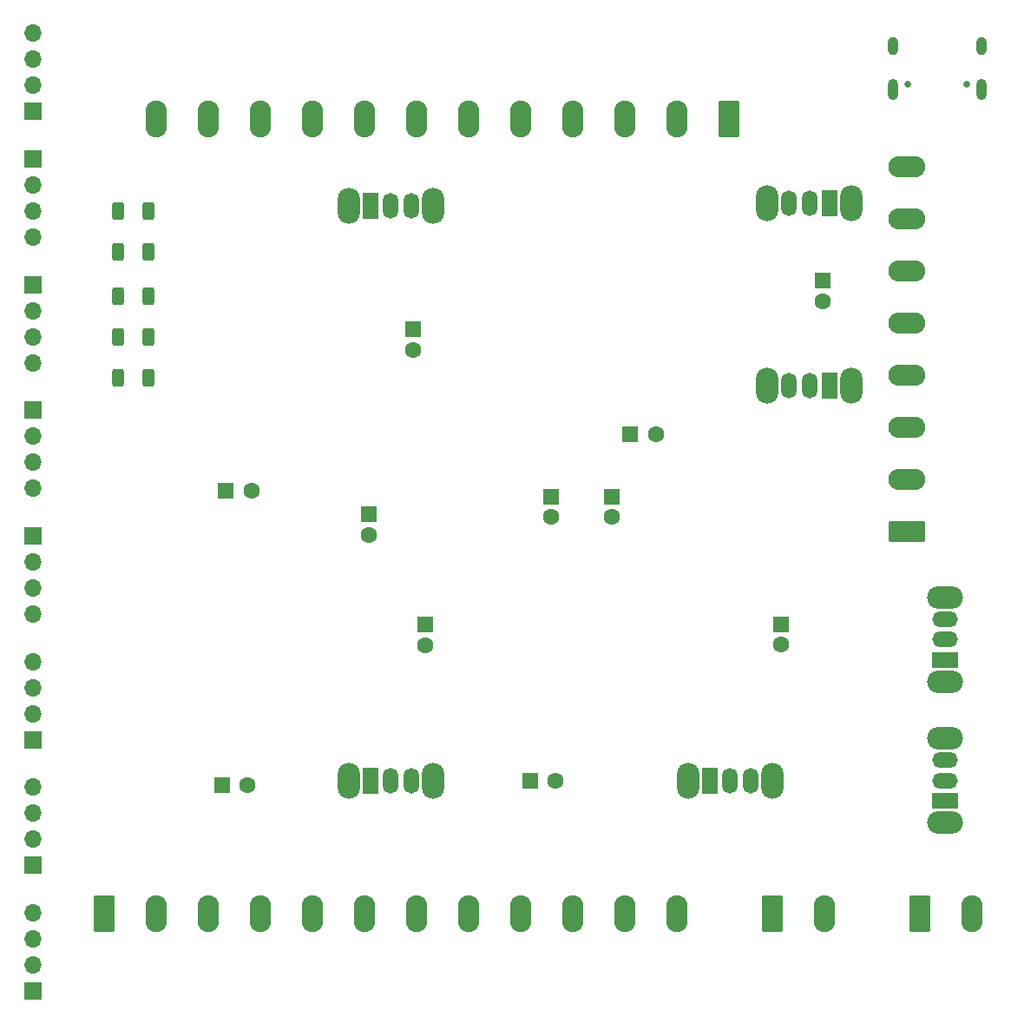
<source format=gbs>
%TF.GenerationSoftware,KiCad,Pcbnew,7.0.2*%
%TF.CreationDate,2023-07-05T23:24:43+08:00*%
%TF.ProjectId,tps61088,74707336-3130-4383-982e-6b696361645f,rev?*%
%TF.SameCoordinates,Original*%
%TF.FileFunction,Soldermask,Bot*%
%TF.FilePolarity,Negative*%
%FSLAX46Y46*%
G04 Gerber Fmt 4.6, Leading zero omitted, Abs format (unit mm)*
G04 Created by KiCad (PCBNEW 7.0.2) date 2023-07-05 23:24:43*
%MOMM*%
%LPD*%
G01*
G04 APERTURE LIST*
G04 Aperture macros list*
%AMRoundRect*
0 Rectangle with rounded corners*
0 $1 Rounding radius*
0 $2 $3 $4 $5 $6 $7 $8 $9 X,Y pos of 4 corners*
0 Add a 4 corners polygon primitive as box body*
4,1,4,$2,$3,$4,$5,$6,$7,$8,$9,$2,$3,0*
0 Add four circle primitives for the rounded corners*
1,1,$1+$1,$2,$3*
1,1,$1+$1,$4,$5*
1,1,$1+$1,$6,$7*
1,1,$1+$1,$8,$9*
0 Add four rect primitives between the rounded corners*
20,1,$1+$1,$2,$3,$4,$5,0*
20,1,$1+$1,$4,$5,$6,$7,0*
20,1,$1+$1,$6,$7,$8,$9,0*
20,1,$1+$1,$8,$9,$2,$3,0*%
G04 Aperture macros list end*
%ADD10O,3.500000X2.200000*%
%ADD11R,2.500000X1.500000*%
%ADD12O,2.500000X1.500000*%
%ADD13R,1.600000X1.600000*%
%ADD14C,1.600000*%
%ADD15R,1.700000X1.700000*%
%ADD16O,1.700000X1.700000*%
%ADD17RoundRect,0.249999X0.790001X1.550001X-0.790001X1.550001X-0.790001X-1.550001X0.790001X-1.550001X0*%
%ADD18O,2.080000X3.600000*%
%ADD19O,2.200000X3.500000*%
%ADD20R,1.500000X2.500000*%
%ADD21O,1.500000X2.500000*%
%ADD22RoundRect,0.249999X-0.790001X-1.550001X0.790001X-1.550001X0.790001X1.550001X-0.790001X1.550001X0*%
%ADD23C,0.650000*%
%ADD24O,1.000000X2.100000*%
%ADD25O,1.000000X1.800000*%
%ADD26RoundRect,0.249999X1.550001X-0.790001X1.550001X0.790001X-1.550001X0.790001X-1.550001X-0.790001X0*%
%ADD27O,3.600000X2.080000*%
%ADD28RoundRect,0.250000X0.312500X0.625000X-0.312500X0.625000X-0.312500X-0.625000X0.312500X-0.625000X0*%
%ADD29RoundRect,0.250000X-0.312500X-0.625000X0.312500X-0.625000X0.312500X0.625000X-0.312500X0.625000X0*%
G04 APERTURE END LIST*
D10*
%TO.C,Vin*%
X192250000Y-127600000D03*
X192250000Y-119400000D03*
D11*
X192250000Y-125500000D03*
D12*
X192250000Y-123500000D03*
X192250000Y-121500000D03*
%TD*%
D13*
%TO.C,C9*%
X140342621Y-79500000D03*
D14*
X140342621Y-81500000D03*
%TD*%
D15*
%TO.C,J10*%
X103250000Y-62900000D03*
D16*
X103250000Y-65440000D03*
X103250000Y-67980000D03*
X103250000Y-70520000D03*
%TD*%
D13*
%TO.C,C35*%
X136025000Y-97544888D03*
D14*
X136025000Y-99544888D03*
%TD*%
D13*
%TO.C,C25*%
X176275000Y-108250000D03*
D14*
X176275000Y-110250000D03*
%TD*%
D13*
%TO.C,C8*%
X121717621Y-123919888D03*
D14*
X124217621Y-123919888D03*
%TD*%
D17*
%TO.C,J2*%
X171190000Y-59027500D03*
D18*
X166110000Y-59027500D03*
X161030000Y-59027500D03*
X155950000Y-59027500D03*
X150870000Y-59027500D03*
X145790000Y-59027500D03*
X140710000Y-59027500D03*
X135630000Y-59027500D03*
X130550000Y-59027500D03*
X125470000Y-59027500D03*
X120390000Y-59027500D03*
X115310000Y-59027500D03*
%TD*%
D15*
%TO.C,J11*%
X103250000Y-75150000D03*
D16*
X103250000Y-77690000D03*
X103250000Y-80230000D03*
X103250000Y-82770000D03*
%TD*%
D13*
%TO.C,C17*%
X180275000Y-74750000D03*
D14*
X180275000Y-76750000D03*
%TD*%
D13*
%TO.C,C3*%
X141525000Y-108294888D03*
D14*
X141525000Y-110294888D03*
%TD*%
D13*
%TO.C,C22*%
X161525000Y-89750000D03*
D14*
X164025000Y-89750000D03*
%TD*%
D15*
%TO.C,J8*%
X103250000Y-131750000D03*
D16*
X103250000Y-129210000D03*
X103250000Y-126670000D03*
X103250000Y-124130000D03*
%TD*%
D13*
%TO.C,C40*%
X153775000Y-95794888D03*
D14*
X153775000Y-97794888D03*
%TD*%
D19*
%TO.C,SW4*%
X167175000Y-123500000D03*
X175375000Y-123500000D03*
D20*
X169275000Y-123500000D03*
D21*
X171275000Y-123500000D03*
X173275000Y-123500000D03*
%TD*%
D15*
%TO.C,J12*%
X103250000Y-87400000D03*
D16*
X103250000Y-89940000D03*
X103250000Y-92480000D03*
X103250000Y-95020000D03*
%TD*%
D19*
%TO.C,5V_SW*%
X183125000Y-67202500D03*
X174925000Y-67202500D03*
D20*
X181025000Y-67202500D03*
D21*
X179025000Y-67202500D03*
X177025000Y-67202500D03*
%TD*%
D19*
%TO.C,-5V_SW*%
X134075000Y-67500000D03*
X142275000Y-67500000D03*
D20*
X136175000Y-67500000D03*
D21*
X138175000Y-67500000D03*
X140175000Y-67500000D03*
%TD*%
D19*
%TO.C,SW6*%
X183125000Y-85000000D03*
X174925000Y-85000000D03*
D20*
X181025000Y-85000000D03*
D21*
X179025000Y-85000000D03*
X177025000Y-85000000D03*
%TD*%
D22*
%TO.C,12V*%
X110190000Y-136472500D03*
D18*
X115270000Y-136472500D03*
X120350000Y-136472500D03*
X125430000Y-136472500D03*
X130510000Y-136472500D03*
X135590000Y-136472500D03*
X140670000Y-136472500D03*
X145750000Y-136472500D03*
X150830000Y-136472500D03*
X155910000Y-136472500D03*
X160990000Y-136472500D03*
X166070000Y-136472500D03*
%TD*%
D10*
%TO.C,SW5*%
X192250000Y-113850000D03*
X192250000Y-105650000D03*
D11*
X192250000Y-111750000D03*
D12*
X192250000Y-109750000D03*
X192250000Y-107750000D03*
%TD*%
D13*
%TO.C,C30*%
X151775000Y-123500000D03*
D14*
X154275000Y-123500000D03*
%TD*%
D23*
%TO.C,P1*%
X194390000Y-55605000D03*
X188610000Y-55605000D03*
D24*
X195820000Y-56105000D03*
D25*
X195820000Y-51925000D03*
D24*
X187180000Y-56105000D03*
D25*
X187180000Y-51925000D03*
%TD*%
D13*
%TO.C,C41*%
X159775000Y-95794888D03*
D14*
X159775000Y-97794888D03*
%TD*%
D15*
%TO.C,J14*%
X103250000Y-119500000D03*
D16*
X103250000Y-116960000D03*
X103250000Y-114420000D03*
X103250000Y-111880000D03*
%TD*%
D26*
%TO.C,J3*%
X188500000Y-99250000D03*
D27*
X188500000Y-94170000D03*
X188500000Y-89090000D03*
X188500000Y-84010000D03*
X188500000Y-78930000D03*
X188500000Y-73850000D03*
X188500000Y-68770000D03*
X188500000Y-63690000D03*
%TD*%
D15*
%TO.C,J9*%
X103250000Y-58250000D03*
D16*
X103250000Y-55710000D03*
X103250000Y-53170000D03*
X103250000Y-50630000D03*
%TD*%
D13*
%TO.C,C14*%
X122092621Y-95250000D03*
D14*
X124592621Y-95250000D03*
%TD*%
D22*
%TO.C,J5*%
X175390000Y-136472500D03*
D18*
X180470000Y-136472500D03*
%TD*%
D22*
%TO.C,J6*%
X189790000Y-136472500D03*
D18*
X194870000Y-136472500D03*
%TD*%
D15*
%TO.C,J7*%
X103250000Y-144000000D03*
D16*
X103250000Y-141460000D03*
X103250000Y-138920000D03*
X103250000Y-136380000D03*
%TD*%
D19*
%TO.C,SW1*%
X134075000Y-123500000D03*
X142275000Y-123500000D03*
D20*
X136175000Y-123500000D03*
D21*
X138175000Y-123500000D03*
X140175000Y-123500000D03*
%TD*%
D15*
%TO.C,J13*%
X103250000Y-99650000D03*
D16*
X103250000Y-102190000D03*
X103250000Y-104730000D03*
X103250000Y-107270000D03*
%TD*%
D28*
%TO.C,R3*%
X114500000Y-80250000D03*
X111575000Y-80250000D03*
%TD*%
%TO.C,R16*%
X114500000Y-76250000D03*
X111575000Y-76250000D03*
%TD*%
%TO.C,R12*%
X114500000Y-72000000D03*
X111575000Y-72000000D03*
%TD*%
D29*
%TO.C,R8*%
X111575000Y-84250000D03*
X114500000Y-84250000D03*
%TD*%
%TO.C,R23*%
X111575000Y-68000000D03*
X114500000Y-68000000D03*
%TD*%
M02*

</source>
